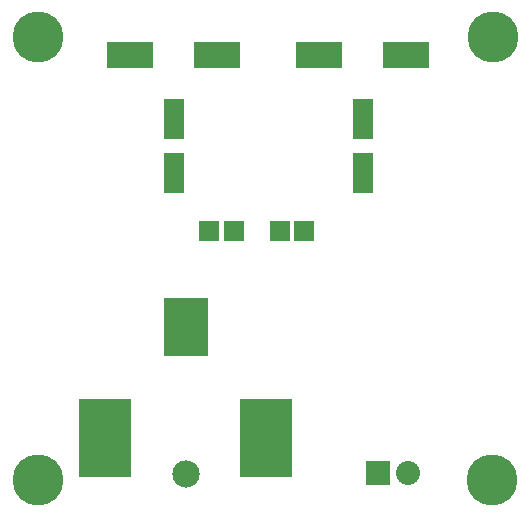
<source format=gts>
G04 (created by PCBNEW-RS274X (2011-05-25)-stable) date Wed 01 Feb 2012 12:44:35 PM EST*
G01*
G70*
G90*
%MOIN*%
G04 Gerber Fmt 3.4, Leading zero omitted, Abs format*
%FSLAX34Y34*%
G04 APERTURE LIST*
%ADD10C,0.006000*%
%ADD11R,0.067200X0.067200*%
%ADD12R,0.149900X0.193200*%
%ADD13R,0.173500X0.264100*%
%ADD14C,0.090900*%
%ADD15C,0.170000*%
%ADD16R,0.070000X0.135000*%
%ADD17R,0.155000X0.085000*%
%ADD18R,0.080000X0.080000*%
%ADD19C,0.080000*%
G04 APERTURE END LIST*
G54D10*
G54D11*
X41713Y-38945D03*
X42539Y-38945D03*
X39351Y-38945D03*
X40177Y-38945D03*
G54D12*
X38583Y-42126D03*
G54D13*
X35906Y-45826D03*
X41260Y-45826D03*
G54D14*
X38583Y-47047D03*
G54D15*
X33662Y-32480D03*
X48819Y-32480D03*
X48780Y-47226D03*
X33662Y-47244D03*
G54D16*
X44488Y-35221D03*
X44488Y-37021D03*
G54D17*
X43038Y-33071D03*
X45938Y-33071D03*
G54D18*
X45000Y-47000D03*
G54D19*
X46000Y-47000D03*
G54D16*
X38189Y-35221D03*
X38189Y-37021D03*
G54D17*
X36739Y-33071D03*
X39639Y-33071D03*
M02*

</source>
